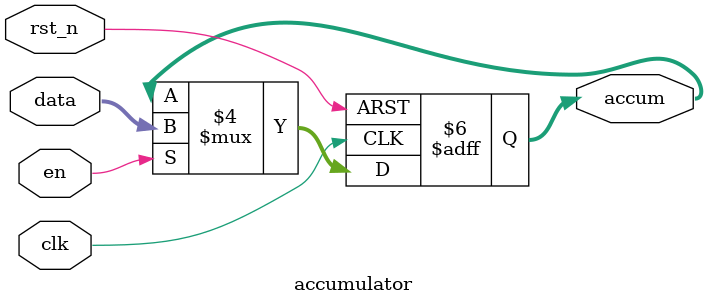
<source format=v>
`timescale 1ns / 1ps


module accumulator(
    input clk,
    input rst_n,
    input en,
    input [7:0] data,
    output reg [7:0] accum
    );

    always @(posedge clk or negedge rst_n) begin
        if(!rst_n) accum <= 8'd0;
        else
            if(en) accum <= data;
            else accum <= accum; 
    end


endmodule

</source>
